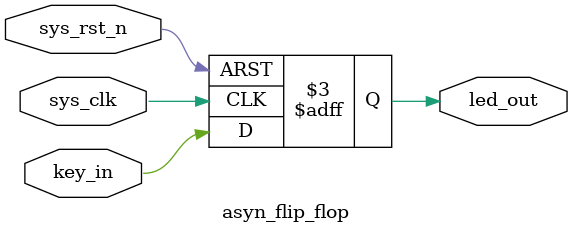
<source format=v>
module asyn_flip_flop
(
input wire sys_clk , //Clock input. we Will use system clock, 50M Hz
input wire sys_rst_n, //Reset button
input wire key_in , //Input button

output reg led_out //Output
 );

 always@(posedge sys_clk or negedge sys_rst_n) 

 if(sys_rst_n == 1'b0) 
	led_out <= 1'b0; 
 else
	led_out <= key_in;

 endmodule

</source>
